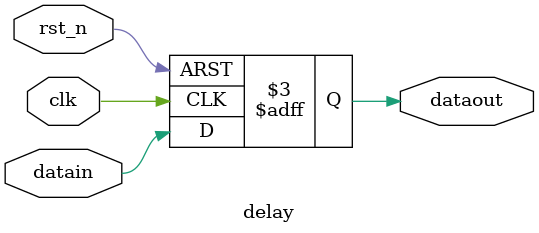
<source format=v>
module delay(datain,dataout,clk,rst_n);
input clk, rst_n;
input datain;
output dataout;
reg dataout;
always @(posedge clk or negedge rst_n)
begin
if(!rst_n)
	begin
		dataout <= 0;
	end
else dataout <= datain;
end
endmodule
    
</source>
